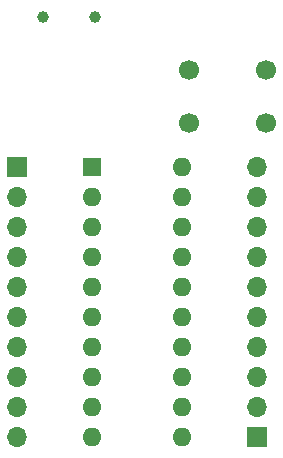
<source format=gbr>
G04 #@! TF.GenerationSoftware,KiCad,Pcbnew,(5.0.0)*
G04 #@! TF.CreationDate,2019-03-11T23:44:19-04:00*
G04 #@! TF.ProjectId,1-Hour-Board,312D486F75722D426F6172642E6B6963,rev?*
G04 #@! TF.SameCoordinates,Original*
G04 #@! TF.FileFunction,Soldermask,Bot*
G04 #@! TF.FilePolarity,Negative*
%FSLAX46Y46*%
G04 Gerber Fmt 4.6, Leading zero omitted, Abs format (unit mm)*
G04 Created by KiCad (PCBNEW (5.0.0)) date 03/11/19 23:44:19*
%MOMM*%
%LPD*%
G01*
G04 APERTURE LIST*
%ADD10C,1.700000*%
%ADD11R,1.700000X1.700000*%
%ADD12O,1.700000X1.700000*%
%ADD13C,1.000000*%
%ADD14R,1.600000X1.600000*%
%ADD15O,1.600000X1.600000*%
G04 APERTURE END LIST*
D10*
G04 #@! TO.C,SW1*
X116205000Y-93345000D03*
X122705000Y-93345000D03*
X116205000Y-97845000D03*
X122705000Y-97845000D03*
G04 #@! TD*
D11*
G04 #@! TO.C,J1*
X101600000Y-101600000D03*
D12*
X101600000Y-104140000D03*
X101600000Y-106680000D03*
X101600000Y-109220000D03*
X101600000Y-111760000D03*
X101600000Y-114300000D03*
X101600000Y-116840000D03*
X101600000Y-119380000D03*
X101600000Y-121920000D03*
X101600000Y-124460000D03*
G04 #@! TD*
G04 #@! TO.C,J2*
X121920000Y-101600000D03*
X121920000Y-104140000D03*
X121920000Y-106680000D03*
X121920000Y-109220000D03*
X121920000Y-111760000D03*
X121920000Y-114300000D03*
X121920000Y-116840000D03*
X121920000Y-119380000D03*
X121920000Y-121920000D03*
D11*
X121920000Y-124460000D03*
G04 #@! TD*
D13*
G04 #@! TO.C,J3*
X108245000Y-88900000D03*
X103845000Y-88900000D03*
G04 #@! TD*
D14*
G04 #@! TO.C,U1*
X107950000Y-101600000D03*
D15*
X115570000Y-124460000D03*
X107950000Y-104140000D03*
X115570000Y-121920000D03*
X107950000Y-106680000D03*
X115570000Y-119380000D03*
X107950000Y-109220000D03*
X115570000Y-116840000D03*
X107950000Y-111760000D03*
X115570000Y-114300000D03*
X107950000Y-114300000D03*
X115570000Y-111760000D03*
X107950000Y-116840000D03*
X115570000Y-109220000D03*
X107950000Y-119380000D03*
X115570000Y-106680000D03*
X107950000Y-121920000D03*
X115570000Y-104140000D03*
X107950000Y-124460000D03*
X115570000Y-101600000D03*
G04 #@! TD*
M02*

</source>
